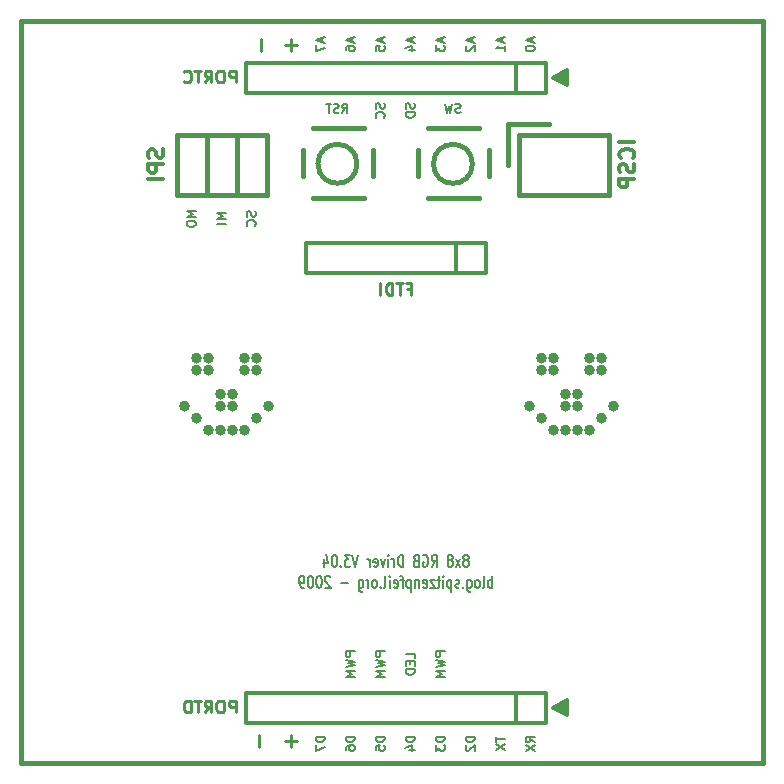
<source format=gbo>
G04 (created by PCBNEW (2013-01-24 BZR 3921)-testing) date Fri 25 Jan 2013 03:38:43 AM CET*
%MOIN*%
G04 Gerber Fmt 3.4, Leading zero omitted, Abs format*
%FSLAX34Y34*%
G01*
G70*
G90*
G04 APERTURE LIST*
%ADD10C,0.00787402*%
%ADD11C,0.0075*%
%ADD12C,0.008*%
%ADD13C,0.01*%
%ADD14C,0.012*%
%ADD15C,0.015*%
%ADD16C,0.00984252*%
%ADD17C,0.055*%
%ADD18R,0.06X0.06*%
%ADD19C,0.06*%
%ADD20R,0.065X0.065*%
%ADD21C,0.065*%
%ADD22R,0.055X0.055*%
%ADD23C,0.16*%
G04 APERTURE END LIST*
G54D10*
G54D11*
X51821Y-45778D02*
X51521Y-45778D01*
X51521Y-45850D01*
X51535Y-45892D01*
X51564Y-45921D01*
X51592Y-45935D01*
X51650Y-45950D01*
X51692Y-45950D01*
X51750Y-45935D01*
X51778Y-45921D01*
X51807Y-45892D01*
X51821Y-45850D01*
X51821Y-45778D01*
X51521Y-46050D02*
X51521Y-46250D01*
X51821Y-46121D01*
G54D12*
G54D13*
X49650Y-45700D02*
X49650Y-46100D01*
X50500Y-45900D02*
X50900Y-45900D01*
X50700Y-45700D02*
X50700Y-46100D01*
X49700Y-22500D02*
X49700Y-22900D01*
X50700Y-22900D02*
X50700Y-22500D01*
X50500Y-22700D02*
X50900Y-22700D01*
G54D11*
X53807Y-24664D02*
X53821Y-24707D01*
X53821Y-24778D01*
X53807Y-24807D01*
X53792Y-24821D01*
X53764Y-24835D01*
X53735Y-24835D01*
X53707Y-24821D01*
X53692Y-24807D01*
X53678Y-24778D01*
X53664Y-24721D01*
X53650Y-24692D01*
X53635Y-24678D01*
X53607Y-24664D01*
X53578Y-24664D01*
X53550Y-24678D01*
X53535Y-24692D01*
X53521Y-24721D01*
X53521Y-24792D01*
X53535Y-24835D01*
X53792Y-25135D02*
X53807Y-25121D01*
X53821Y-25078D01*
X53821Y-25050D01*
X53807Y-25007D01*
X53778Y-24978D01*
X53750Y-24964D01*
X53692Y-24950D01*
X53650Y-24950D01*
X53592Y-24964D01*
X53564Y-24978D01*
X53535Y-25007D01*
X53521Y-25050D01*
X53521Y-25078D01*
X53535Y-25121D01*
X53550Y-25135D01*
G54D12*
G54D11*
X54807Y-24664D02*
X54821Y-24707D01*
X54821Y-24778D01*
X54807Y-24807D01*
X54792Y-24821D01*
X54764Y-24835D01*
X54735Y-24835D01*
X54707Y-24821D01*
X54692Y-24807D01*
X54678Y-24778D01*
X54664Y-24721D01*
X54650Y-24692D01*
X54635Y-24678D01*
X54607Y-24664D01*
X54578Y-24664D01*
X54550Y-24678D01*
X54535Y-24692D01*
X54521Y-24721D01*
X54521Y-24792D01*
X54535Y-24835D01*
X54821Y-24964D02*
X54521Y-24964D01*
X54521Y-25035D01*
X54535Y-25078D01*
X54564Y-25107D01*
X54592Y-25121D01*
X54650Y-25135D01*
X54692Y-25135D01*
X54750Y-25121D01*
X54778Y-25107D01*
X54807Y-25078D01*
X54821Y-25035D01*
X54821Y-24964D01*
G54D12*
G54D11*
X54821Y-43157D02*
X54821Y-43014D01*
X54521Y-43014D01*
X54664Y-43257D02*
X54664Y-43357D01*
X54821Y-43400D02*
X54821Y-43257D01*
X54521Y-43257D01*
X54521Y-43400D01*
X54821Y-43528D02*
X54521Y-43528D01*
X54521Y-43600D01*
X54535Y-43642D01*
X54564Y-43671D01*
X54592Y-43685D01*
X54650Y-43700D01*
X54692Y-43700D01*
X54750Y-43685D01*
X54778Y-43671D01*
X54807Y-43642D01*
X54821Y-43600D01*
X54821Y-43528D01*
G54D12*
G54D11*
X53821Y-42928D02*
X53521Y-42928D01*
X53521Y-43042D01*
X53535Y-43071D01*
X53550Y-43085D01*
X53578Y-43100D01*
X53621Y-43100D01*
X53650Y-43085D01*
X53664Y-43071D01*
X53678Y-43042D01*
X53678Y-42928D01*
X53521Y-43200D02*
X53821Y-43271D01*
X53607Y-43328D01*
X53821Y-43385D01*
X53521Y-43457D01*
X53821Y-43571D02*
X53521Y-43571D01*
X53735Y-43671D01*
X53521Y-43771D01*
X53821Y-43771D01*
G54D12*
G54D11*
X52821Y-42928D02*
X52521Y-42928D01*
X52521Y-43042D01*
X52535Y-43071D01*
X52550Y-43085D01*
X52578Y-43100D01*
X52621Y-43100D01*
X52650Y-43085D01*
X52664Y-43071D01*
X52678Y-43042D01*
X52678Y-42928D01*
X52521Y-43200D02*
X52821Y-43271D01*
X52607Y-43328D01*
X52821Y-43385D01*
X52521Y-43457D01*
X52821Y-43571D02*
X52521Y-43571D01*
X52735Y-43671D01*
X52521Y-43771D01*
X52821Y-43771D01*
G54D12*
G54D11*
X55821Y-42928D02*
X55521Y-42928D01*
X55521Y-43042D01*
X55535Y-43071D01*
X55550Y-43085D01*
X55578Y-43100D01*
X55621Y-43100D01*
X55650Y-43085D01*
X55664Y-43071D01*
X55678Y-43042D01*
X55678Y-42928D01*
X55521Y-43200D02*
X55821Y-43271D01*
X55607Y-43328D01*
X55821Y-43385D01*
X55521Y-43457D01*
X55821Y-43571D02*
X55521Y-43571D01*
X55735Y-43671D01*
X55521Y-43771D01*
X55821Y-43771D01*
G54D12*
G54D11*
X52821Y-45778D02*
X52521Y-45778D01*
X52521Y-45850D01*
X52535Y-45892D01*
X52564Y-45921D01*
X52592Y-45935D01*
X52650Y-45950D01*
X52692Y-45950D01*
X52750Y-45935D01*
X52778Y-45921D01*
X52807Y-45892D01*
X52821Y-45850D01*
X52821Y-45778D01*
X52521Y-46207D02*
X52521Y-46150D01*
X52535Y-46121D01*
X52550Y-46107D01*
X52592Y-46078D01*
X52650Y-46064D01*
X52764Y-46064D01*
X52792Y-46078D01*
X52807Y-46092D01*
X52821Y-46121D01*
X52821Y-46178D01*
X52807Y-46207D01*
X52792Y-46221D01*
X52764Y-46235D01*
X52692Y-46235D01*
X52664Y-46221D01*
X52650Y-46207D01*
X52635Y-46178D01*
X52635Y-46121D01*
X52650Y-46092D01*
X52664Y-46078D01*
X52692Y-46064D01*
G54D12*
G54D11*
X53821Y-45778D02*
X53521Y-45778D01*
X53521Y-45850D01*
X53535Y-45892D01*
X53564Y-45921D01*
X53592Y-45935D01*
X53650Y-45950D01*
X53692Y-45950D01*
X53750Y-45935D01*
X53778Y-45921D01*
X53807Y-45892D01*
X53821Y-45850D01*
X53821Y-45778D01*
X53521Y-46221D02*
X53521Y-46078D01*
X53664Y-46064D01*
X53650Y-46078D01*
X53635Y-46107D01*
X53635Y-46178D01*
X53650Y-46207D01*
X53664Y-46221D01*
X53692Y-46235D01*
X53764Y-46235D01*
X53792Y-46221D01*
X53807Y-46207D01*
X53821Y-46178D01*
X53821Y-46107D01*
X53807Y-46078D01*
X53792Y-46064D01*
G54D12*
G54D11*
X56821Y-45778D02*
X56521Y-45778D01*
X56521Y-45850D01*
X56535Y-45892D01*
X56564Y-45921D01*
X56592Y-45935D01*
X56650Y-45950D01*
X56692Y-45950D01*
X56750Y-45935D01*
X56778Y-45921D01*
X56807Y-45892D01*
X56821Y-45850D01*
X56821Y-45778D01*
X56550Y-46064D02*
X56535Y-46078D01*
X56521Y-46107D01*
X56521Y-46178D01*
X56535Y-46207D01*
X56550Y-46221D01*
X56578Y-46235D01*
X56607Y-46235D01*
X56650Y-46221D01*
X56821Y-46050D01*
X56821Y-46235D01*
G54D12*
G54D11*
X55821Y-45778D02*
X55521Y-45778D01*
X55521Y-45850D01*
X55535Y-45892D01*
X55564Y-45921D01*
X55592Y-45935D01*
X55650Y-45950D01*
X55692Y-45950D01*
X55750Y-45935D01*
X55778Y-45921D01*
X55807Y-45892D01*
X55821Y-45850D01*
X55821Y-45778D01*
X55521Y-46050D02*
X55521Y-46235D01*
X55635Y-46135D01*
X55635Y-46178D01*
X55650Y-46207D01*
X55664Y-46221D01*
X55692Y-46235D01*
X55764Y-46235D01*
X55792Y-46221D01*
X55807Y-46207D01*
X55821Y-46178D01*
X55821Y-46092D01*
X55807Y-46064D01*
X55792Y-46050D01*
G54D12*
G54D11*
X54821Y-45778D02*
X54521Y-45778D01*
X54521Y-45850D01*
X54535Y-45892D01*
X54564Y-45921D01*
X54592Y-45935D01*
X54650Y-45950D01*
X54692Y-45950D01*
X54750Y-45935D01*
X54778Y-45921D01*
X54807Y-45892D01*
X54821Y-45850D01*
X54821Y-45778D01*
X54621Y-46207D02*
X54821Y-46207D01*
X54507Y-46135D02*
X54721Y-46064D01*
X54721Y-46250D01*
G54D12*
G54D11*
X57521Y-45771D02*
X57521Y-45942D01*
X57821Y-45857D02*
X57521Y-45857D01*
X57521Y-46014D02*
X57821Y-46214D01*
X57521Y-46214D02*
X57821Y-46014D01*
G54D12*
G54D11*
X58821Y-45950D02*
X58678Y-45850D01*
X58821Y-45778D02*
X58521Y-45778D01*
X58521Y-45892D01*
X58535Y-45921D01*
X58550Y-45935D01*
X58578Y-45950D01*
X58621Y-45950D01*
X58650Y-45935D01*
X58664Y-45921D01*
X58678Y-45892D01*
X58678Y-45778D01*
X58521Y-46050D02*
X58821Y-46250D01*
X58521Y-46250D02*
X58821Y-46050D01*
G54D12*
G54D14*
X59450Y-44800D02*
X59900Y-44550D01*
X59900Y-44550D02*
X59900Y-45050D01*
X59900Y-45050D02*
X59450Y-44800D01*
X59600Y-44800D02*
X59800Y-44700D01*
X59800Y-44700D02*
X59800Y-44900D01*
X59800Y-44900D02*
X59600Y-44800D01*
X59600Y-44800D02*
X59850Y-44800D01*
X59600Y-23800D02*
X59850Y-23800D01*
X59800Y-23900D02*
X59600Y-23800D01*
X59800Y-23700D02*
X59800Y-23900D01*
X59600Y-23800D02*
X59800Y-23700D01*
X59900Y-24050D02*
X59450Y-23800D01*
X59900Y-23550D02*
X59900Y-24050D01*
X59450Y-23800D02*
X59900Y-23550D01*
G54D11*
X58735Y-22485D02*
X58735Y-22628D01*
X58821Y-22457D02*
X58521Y-22557D01*
X58821Y-22657D01*
X58521Y-22814D02*
X58521Y-22842D01*
X58535Y-22871D01*
X58550Y-22885D01*
X58578Y-22900D01*
X58635Y-22914D01*
X58707Y-22914D01*
X58764Y-22900D01*
X58792Y-22885D01*
X58807Y-22871D01*
X58821Y-22842D01*
X58821Y-22814D01*
X58807Y-22785D01*
X58792Y-22771D01*
X58764Y-22757D01*
X58707Y-22742D01*
X58635Y-22742D01*
X58578Y-22757D01*
X58550Y-22771D01*
X58535Y-22785D01*
X58521Y-22814D01*
G54D12*
G54D11*
X57735Y-22485D02*
X57735Y-22628D01*
X57821Y-22457D02*
X57521Y-22557D01*
X57821Y-22657D01*
X57821Y-22914D02*
X57821Y-22742D01*
X57821Y-22828D02*
X57521Y-22828D01*
X57564Y-22800D01*
X57592Y-22771D01*
X57607Y-22742D01*
G54D12*
G54D11*
X54735Y-22485D02*
X54735Y-22628D01*
X54821Y-22457D02*
X54521Y-22557D01*
X54821Y-22657D01*
X54621Y-22885D02*
X54821Y-22885D01*
X54507Y-22814D02*
X54721Y-22742D01*
X54721Y-22928D01*
G54D12*
G54D11*
X55735Y-22485D02*
X55735Y-22628D01*
X55821Y-22457D02*
X55521Y-22557D01*
X55821Y-22657D01*
X55521Y-22728D02*
X55521Y-22914D01*
X55635Y-22814D01*
X55635Y-22857D01*
X55650Y-22885D01*
X55664Y-22900D01*
X55692Y-22914D01*
X55764Y-22914D01*
X55792Y-22900D01*
X55807Y-22885D01*
X55821Y-22857D01*
X55821Y-22771D01*
X55807Y-22742D01*
X55792Y-22728D01*
G54D12*
G54D11*
X56735Y-22485D02*
X56735Y-22628D01*
X56821Y-22457D02*
X56521Y-22557D01*
X56821Y-22657D01*
X56550Y-22742D02*
X56535Y-22757D01*
X56521Y-22785D01*
X56521Y-22857D01*
X56535Y-22885D01*
X56550Y-22900D01*
X56578Y-22914D01*
X56607Y-22914D01*
X56650Y-22900D01*
X56821Y-22728D01*
X56821Y-22914D01*
G54D12*
G54D11*
X53735Y-22485D02*
X53735Y-22628D01*
X53821Y-22457D02*
X53521Y-22557D01*
X53821Y-22657D01*
X53521Y-22900D02*
X53521Y-22757D01*
X53664Y-22742D01*
X53650Y-22757D01*
X53635Y-22785D01*
X53635Y-22857D01*
X53650Y-22885D01*
X53664Y-22900D01*
X53692Y-22914D01*
X53764Y-22914D01*
X53792Y-22900D01*
X53807Y-22885D01*
X53821Y-22857D01*
X53821Y-22785D01*
X53807Y-22757D01*
X53792Y-22742D01*
G54D12*
G54D11*
X52735Y-22485D02*
X52735Y-22628D01*
X52821Y-22457D02*
X52521Y-22557D01*
X52821Y-22657D01*
X52521Y-22885D02*
X52521Y-22828D01*
X52535Y-22800D01*
X52550Y-22785D01*
X52592Y-22757D01*
X52650Y-22742D01*
X52764Y-22742D01*
X52792Y-22757D01*
X52807Y-22771D01*
X52821Y-22800D01*
X52821Y-22857D01*
X52807Y-22885D01*
X52792Y-22900D01*
X52764Y-22914D01*
X52692Y-22914D01*
X52664Y-22900D01*
X52650Y-22885D01*
X52635Y-22857D01*
X52635Y-22800D01*
X52650Y-22771D01*
X52664Y-22757D01*
X52692Y-22742D01*
G54D12*
G54D11*
X51735Y-22485D02*
X51735Y-22628D01*
X51821Y-22457D02*
X51521Y-22557D01*
X51821Y-22657D01*
X51521Y-22728D02*
X51521Y-22928D01*
X51821Y-22800D01*
G54D12*
G54D11*
X57407Y-40811D02*
X57407Y-40411D01*
X57407Y-40564D02*
X57378Y-40545D01*
X57321Y-40545D01*
X57292Y-40564D01*
X57278Y-40583D01*
X57264Y-40621D01*
X57264Y-40735D01*
X57278Y-40773D01*
X57292Y-40792D01*
X57321Y-40811D01*
X57378Y-40811D01*
X57407Y-40792D01*
X57092Y-40811D02*
X57121Y-40792D01*
X57135Y-40754D01*
X57135Y-40411D01*
X56935Y-40811D02*
X56964Y-40792D01*
X56978Y-40773D01*
X56992Y-40735D01*
X56992Y-40621D01*
X56978Y-40583D01*
X56964Y-40564D01*
X56935Y-40545D01*
X56892Y-40545D01*
X56864Y-40564D01*
X56850Y-40583D01*
X56835Y-40621D01*
X56835Y-40735D01*
X56850Y-40773D01*
X56864Y-40792D01*
X56892Y-40811D01*
X56935Y-40811D01*
X56578Y-40545D02*
X56578Y-40869D01*
X56592Y-40907D01*
X56607Y-40926D01*
X56635Y-40945D01*
X56678Y-40945D01*
X56707Y-40926D01*
X56578Y-40792D02*
X56607Y-40811D01*
X56664Y-40811D01*
X56692Y-40792D01*
X56707Y-40773D01*
X56721Y-40735D01*
X56721Y-40621D01*
X56707Y-40583D01*
X56692Y-40564D01*
X56664Y-40545D01*
X56607Y-40545D01*
X56578Y-40564D01*
X56435Y-40773D02*
X56421Y-40792D01*
X56435Y-40811D01*
X56449Y-40792D01*
X56435Y-40773D01*
X56435Y-40811D01*
X56307Y-40792D02*
X56278Y-40811D01*
X56221Y-40811D01*
X56192Y-40792D01*
X56178Y-40754D01*
X56178Y-40735D01*
X56192Y-40697D01*
X56221Y-40678D01*
X56264Y-40678D01*
X56292Y-40659D01*
X56307Y-40621D01*
X56307Y-40602D01*
X56292Y-40564D01*
X56264Y-40545D01*
X56221Y-40545D01*
X56192Y-40564D01*
X56049Y-40545D02*
X56049Y-40945D01*
X56049Y-40564D02*
X56021Y-40545D01*
X55964Y-40545D01*
X55935Y-40564D01*
X55921Y-40583D01*
X55907Y-40621D01*
X55907Y-40735D01*
X55921Y-40773D01*
X55935Y-40792D01*
X55964Y-40811D01*
X56021Y-40811D01*
X56049Y-40792D01*
X55778Y-40811D02*
X55778Y-40545D01*
X55778Y-40411D02*
X55792Y-40430D01*
X55778Y-40450D01*
X55764Y-40430D01*
X55778Y-40411D01*
X55778Y-40450D01*
X55678Y-40545D02*
X55564Y-40545D01*
X55635Y-40411D02*
X55635Y-40754D01*
X55621Y-40792D01*
X55592Y-40811D01*
X55564Y-40811D01*
X55492Y-40545D02*
X55335Y-40545D01*
X55492Y-40811D01*
X55335Y-40811D01*
X55107Y-40792D02*
X55135Y-40811D01*
X55192Y-40811D01*
X55221Y-40792D01*
X55235Y-40754D01*
X55235Y-40602D01*
X55221Y-40564D01*
X55192Y-40545D01*
X55135Y-40545D01*
X55107Y-40564D01*
X55092Y-40602D01*
X55092Y-40640D01*
X55235Y-40678D01*
X54964Y-40545D02*
X54964Y-40811D01*
X54964Y-40583D02*
X54949Y-40564D01*
X54921Y-40545D01*
X54878Y-40545D01*
X54849Y-40564D01*
X54835Y-40602D01*
X54835Y-40811D01*
X54692Y-40545D02*
X54692Y-40945D01*
X54692Y-40564D02*
X54664Y-40545D01*
X54607Y-40545D01*
X54578Y-40564D01*
X54564Y-40583D01*
X54549Y-40621D01*
X54549Y-40735D01*
X54564Y-40773D01*
X54578Y-40792D01*
X54607Y-40811D01*
X54664Y-40811D01*
X54692Y-40792D01*
X54464Y-40545D02*
X54349Y-40545D01*
X54421Y-40811D02*
X54421Y-40469D01*
X54407Y-40430D01*
X54378Y-40411D01*
X54349Y-40411D01*
X54135Y-40792D02*
X54164Y-40811D01*
X54221Y-40811D01*
X54249Y-40792D01*
X54264Y-40754D01*
X54264Y-40602D01*
X54249Y-40564D01*
X54221Y-40545D01*
X54164Y-40545D01*
X54135Y-40564D01*
X54121Y-40602D01*
X54121Y-40640D01*
X54264Y-40678D01*
X53992Y-40811D02*
X53992Y-40545D01*
X53992Y-40411D02*
X54007Y-40430D01*
X53992Y-40450D01*
X53978Y-40430D01*
X53992Y-40411D01*
X53992Y-40450D01*
X53807Y-40811D02*
X53835Y-40792D01*
X53849Y-40754D01*
X53849Y-40411D01*
X53692Y-40773D02*
X53678Y-40792D01*
X53692Y-40811D01*
X53707Y-40792D01*
X53692Y-40773D01*
X53692Y-40811D01*
X53507Y-40811D02*
X53535Y-40792D01*
X53549Y-40773D01*
X53564Y-40735D01*
X53564Y-40621D01*
X53549Y-40583D01*
X53535Y-40564D01*
X53507Y-40545D01*
X53464Y-40545D01*
X53435Y-40564D01*
X53421Y-40583D01*
X53407Y-40621D01*
X53407Y-40735D01*
X53421Y-40773D01*
X53435Y-40792D01*
X53464Y-40811D01*
X53507Y-40811D01*
X53278Y-40811D02*
X53278Y-40545D01*
X53278Y-40621D02*
X53264Y-40583D01*
X53249Y-40564D01*
X53221Y-40545D01*
X53192Y-40545D01*
X52964Y-40545D02*
X52964Y-40869D01*
X52978Y-40907D01*
X52992Y-40926D01*
X53021Y-40945D01*
X53064Y-40945D01*
X53092Y-40926D01*
X52964Y-40792D02*
X52992Y-40811D01*
X53049Y-40811D01*
X53078Y-40792D01*
X53092Y-40773D01*
X53107Y-40735D01*
X53107Y-40621D01*
X53092Y-40583D01*
X53078Y-40564D01*
X53049Y-40545D01*
X52992Y-40545D01*
X52964Y-40564D01*
X52592Y-40659D02*
X52364Y-40659D01*
X52007Y-40450D02*
X51992Y-40430D01*
X51964Y-40411D01*
X51892Y-40411D01*
X51864Y-40430D01*
X51849Y-40450D01*
X51835Y-40488D01*
X51835Y-40526D01*
X51849Y-40583D01*
X52021Y-40811D01*
X51835Y-40811D01*
X51649Y-40411D02*
X51621Y-40411D01*
X51592Y-40430D01*
X51578Y-40450D01*
X51564Y-40488D01*
X51549Y-40564D01*
X51549Y-40659D01*
X51564Y-40735D01*
X51578Y-40773D01*
X51592Y-40792D01*
X51621Y-40811D01*
X51649Y-40811D01*
X51678Y-40792D01*
X51692Y-40773D01*
X51707Y-40735D01*
X51721Y-40659D01*
X51721Y-40564D01*
X51707Y-40488D01*
X51692Y-40450D01*
X51678Y-40430D01*
X51649Y-40411D01*
X51364Y-40411D02*
X51335Y-40411D01*
X51307Y-40430D01*
X51292Y-40450D01*
X51278Y-40488D01*
X51264Y-40564D01*
X51264Y-40659D01*
X51278Y-40735D01*
X51292Y-40773D01*
X51307Y-40792D01*
X51335Y-40811D01*
X51364Y-40811D01*
X51392Y-40792D01*
X51407Y-40773D01*
X51421Y-40735D01*
X51435Y-40659D01*
X51435Y-40564D01*
X51421Y-40488D01*
X51407Y-40450D01*
X51392Y-40430D01*
X51364Y-40411D01*
X51121Y-40811D02*
X51064Y-40811D01*
X51035Y-40792D01*
X51021Y-40773D01*
X50992Y-40716D01*
X50978Y-40640D01*
X50978Y-40488D01*
X50992Y-40450D01*
X51007Y-40430D01*
X51035Y-40411D01*
X51092Y-40411D01*
X51121Y-40430D01*
X51135Y-40450D01*
X51149Y-40488D01*
X51149Y-40583D01*
X51135Y-40621D01*
X51121Y-40640D01*
X51092Y-40659D01*
X51035Y-40659D01*
X51007Y-40640D01*
X50992Y-40621D01*
X50978Y-40583D01*
G54D12*
G54D11*
X47521Y-28242D02*
X47221Y-28242D01*
X47435Y-28342D01*
X47221Y-28442D01*
X47521Y-28442D01*
X47221Y-28642D02*
X47221Y-28700D01*
X47235Y-28728D01*
X47264Y-28757D01*
X47321Y-28771D01*
X47421Y-28771D01*
X47478Y-28757D01*
X47507Y-28728D01*
X47521Y-28700D01*
X47521Y-28642D01*
X47507Y-28614D01*
X47478Y-28585D01*
X47421Y-28571D01*
X47321Y-28571D01*
X47264Y-28585D01*
X47235Y-28614D01*
X47221Y-28642D01*
G54D12*
G54D11*
X49507Y-28264D02*
X49521Y-28307D01*
X49521Y-28378D01*
X49507Y-28407D01*
X49492Y-28421D01*
X49464Y-28435D01*
X49435Y-28435D01*
X49407Y-28421D01*
X49392Y-28407D01*
X49378Y-28378D01*
X49364Y-28321D01*
X49350Y-28292D01*
X49335Y-28278D01*
X49307Y-28264D01*
X49278Y-28264D01*
X49250Y-28278D01*
X49235Y-28292D01*
X49221Y-28321D01*
X49221Y-28392D01*
X49235Y-28435D01*
X49492Y-28735D02*
X49507Y-28721D01*
X49521Y-28678D01*
X49521Y-28650D01*
X49507Y-28607D01*
X49478Y-28578D01*
X49450Y-28564D01*
X49392Y-28550D01*
X49350Y-28550D01*
X49292Y-28564D01*
X49264Y-28578D01*
X49235Y-28607D01*
X49221Y-28650D01*
X49221Y-28678D01*
X49235Y-28721D01*
X49250Y-28735D01*
G54D12*
G54D11*
X48521Y-28328D02*
X48221Y-28328D01*
X48435Y-28428D01*
X48221Y-28528D01*
X48521Y-28528D01*
X48521Y-28671D02*
X48221Y-28671D01*
G54D12*
G54D15*
X47650Y-33150D02*
G75*
G03X47650Y-33150I-100J0D01*
G74*
G01*
X47650Y-33550D02*
G75*
G03X47650Y-33550I-100J0D01*
G74*
G01*
X48050Y-33550D02*
G75*
G03X48050Y-33550I-100J0D01*
G74*
G01*
X48050Y-33150D02*
G75*
G03X48050Y-33150I-100J0D01*
G74*
G01*
X49250Y-33150D02*
G75*
G03X49250Y-33150I-100J0D01*
G74*
G01*
X49650Y-33150D02*
G75*
G03X49650Y-33150I-100J0D01*
G74*
G01*
X49250Y-33550D02*
G75*
G03X49250Y-33550I-100J0D01*
G74*
G01*
X48450Y-34350D02*
G75*
G03X48450Y-34350I-100J0D01*
G74*
G01*
X48850Y-34350D02*
G75*
G03X48850Y-34350I-100J0D01*
G74*
G01*
X48450Y-34750D02*
G75*
G03X48450Y-34750I-100J0D01*
G74*
G01*
X48450Y-35550D02*
G75*
G03X48450Y-35550I-100J0D01*
G74*
G01*
X48850Y-35550D02*
G75*
G03X48850Y-35550I-100J0D01*
G74*
G01*
X49250Y-35550D02*
G75*
G03X49250Y-35550I-100J0D01*
G74*
G01*
X48050Y-35550D02*
G75*
G03X48050Y-35550I-100J0D01*
G74*
G01*
X49650Y-35150D02*
G75*
G03X49650Y-35150I-100J0D01*
G74*
G01*
X50050Y-34750D02*
G75*
G03X50050Y-34750I-100J0D01*
G74*
G01*
X47650Y-35150D02*
G75*
G03X47650Y-35150I-100J0D01*
G74*
G01*
X47250Y-34750D02*
G75*
G03X47250Y-34750I-100J0D01*
G74*
G01*
X48850Y-34750D02*
G75*
G03X48850Y-34750I-100J0D01*
G74*
G01*
X49650Y-33550D02*
G75*
G03X49650Y-33550I-100J0D01*
G74*
G01*
X61150Y-33550D02*
G75*
G03X61150Y-33550I-100J0D01*
G74*
G01*
X60350Y-34750D02*
G75*
G03X60350Y-34750I-100J0D01*
G74*
G01*
X58750Y-34750D02*
G75*
G03X58750Y-34750I-100J0D01*
G74*
G01*
X59150Y-35150D02*
G75*
G03X59150Y-35150I-100J0D01*
G74*
G01*
X61550Y-34750D02*
G75*
G03X61550Y-34750I-100J0D01*
G74*
G01*
X61150Y-35150D02*
G75*
G03X61150Y-35150I-100J0D01*
G74*
G01*
X59550Y-35550D02*
G75*
G03X59550Y-35550I-100J0D01*
G74*
G01*
X60750Y-35550D02*
G75*
G03X60750Y-35550I-100J0D01*
G74*
G01*
X60350Y-35550D02*
G75*
G03X60350Y-35550I-100J0D01*
G74*
G01*
X59950Y-35550D02*
G75*
G03X59950Y-35550I-100J0D01*
G74*
G01*
X59950Y-34750D02*
G75*
G03X59950Y-34750I-100J0D01*
G74*
G01*
X60350Y-34350D02*
G75*
G03X60350Y-34350I-100J0D01*
G74*
G01*
X59950Y-34350D02*
G75*
G03X59950Y-34350I-100J0D01*
G74*
G01*
X60750Y-33550D02*
G75*
G03X60750Y-33550I-100J0D01*
G74*
G01*
X61150Y-33150D02*
G75*
G03X61150Y-33150I-100J0D01*
G74*
G01*
X60750Y-33150D02*
G75*
G03X60750Y-33150I-100J0D01*
G74*
G01*
X59550Y-33150D02*
G75*
G03X59550Y-33150I-100J0D01*
G74*
G01*
X59550Y-33550D02*
G75*
G03X59550Y-33550I-100J0D01*
G74*
G01*
X59150Y-33550D02*
G75*
G03X59150Y-33550I-100J0D01*
G74*
G01*
X59150Y-33150D02*
G75*
G03X59150Y-33150I-100J0D01*
G74*
G01*
X41700Y-21900D02*
X66450Y-21900D01*
X41700Y-46650D02*
X41700Y-21900D01*
X66450Y-46650D02*
X41700Y-46650D01*
X66450Y-21900D02*
X66450Y-46650D01*
G54D11*
X56564Y-39883D02*
X56592Y-39864D01*
X56607Y-39845D01*
X56621Y-39807D01*
X56621Y-39788D01*
X56607Y-39750D01*
X56592Y-39730D01*
X56564Y-39711D01*
X56507Y-39711D01*
X56478Y-39730D01*
X56464Y-39750D01*
X56449Y-39788D01*
X56449Y-39807D01*
X56464Y-39845D01*
X56478Y-39864D01*
X56507Y-39883D01*
X56564Y-39883D01*
X56592Y-39902D01*
X56607Y-39921D01*
X56621Y-39959D01*
X56621Y-40035D01*
X56607Y-40073D01*
X56592Y-40092D01*
X56564Y-40111D01*
X56507Y-40111D01*
X56478Y-40092D01*
X56464Y-40073D01*
X56449Y-40035D01*
X56449Y-39959D01*
X56464Y-39921D01*
X56478Y-39902D01*
X56507Y-39883D01*
X56349Y-40111D02*
X56192Y-39845D01*
X56349Y-39845D02*
X56192Y-40111D01*
X56035Y-39883D02*
X56064Y-39864D01*
X56078Y-39845D01*
X56092Y-39807D01*
X56092Y-39788D01*
X56078Y-39750D01*
X56064Y-39730D01*
X56035Y-39711D01*
X55978Y-39711D01*
X55949Y-39730D01*
X55935Y-39750D01*
X55921Y-39788D01*
X55921Y-39807D01*
X55935Y-39845D01*
X55949Y-39864D01*
X55978Y-39883D01*
X56035Y-39883D01*
X56064Y-39902D01*
X56078Y-39921D01*
X56092Y-39959D01*
X56092Y-40035D01*
X56078Y-40073D01*
X56064Y-40092D01*
X56035Y-40111D01*
X55978Y-40111D01*
X55949Y-40092D01*
X55935Y-40073D01*
X55921Y-40035D01*
X55921Y-39959D01*
X55935Y-39921D01*
X55949Y-39902D01*
X55978Y-39883D01*
X55392Y-40111D02*
X55492Y-39921D01*
X55564Y-40111D02*
X55564Y-39711D01*
X55449Y-39711D01*
X55421Y-39730D01*
X55407Y-39750D01*
X55392Y-39788D01*
X55392Y-39845D01*
X55407Y-39883D01*
X55421Y-39902D01*
X55449Y-39921D01*
X55564Y-39921D01*
X55107Y-39730D02*
X55135Y-39711D01*
X55178Y-39711D01*
X55221Y-39730D01*
X55249Y-39769D01*
X55264Y-39807D01*
X55278Y-39883D01*
X55278Y-39940D01*
X55264Y-40016D01*
X55249Y-40054D01*
X55221Y-40092D01*
X55178Y-40111D01*
X55149Y-40111D01*
X55107Y-40092D01*
X55092Y-40073D01*
X55092Y-39940D01*
X55149Y-39940D01*
X54864Y-39902D02*
X54821Y-39921D01*
X54807Y-39940D01*
X54792Y-39978D01*
X54792Y-40035D01*
X54807Y-40073D01*
X54821Y-40092D01*
X54849Y-40111D01*
X54964Y-40111D01*
X54964Y-39711D01*
X54864Y-39711D01*
X54835Y-39730D01*
X54821Y-39750D01*
X54807Y-39788D01*
X54807Y-39826D01*
X54821Y-39864D01*
X54835Y-39883D01*
X54864Y-39902D01*
X54964Y-39902D01*
X54435Y-40111D02*
X54435Y-39711D01*
X54364Y-39711D01*
X54321Y-39730D01*
X54292Y-39769D01*
X54278Y-39807D01*
X54264Y-39883D01*
X54264Y-39940D01*
X54278Y-40016D01*
X54292Y-40054D01*
X54321Y-40092D01*
X54364Y-40111D01*
X54435Y-40111D01*
X54135Y-40111D02*
X54135Y-39845D01*
X54135Y-39921D02*
X54121Y-39883D01*
X54107Y-39864D01*
X54078Y-39845D01*
X54049Y-39845D01*
X53949Y-40111D02*
X53949Y-39845D01*
X53949Y-39711D02*
X53964Y-39730D01*
X53949Y-39750D01*
X53935Y-39730D01*
X53949Y-39711D01*
X53949Y-39750D01*
X53835Y-39845D02*
X53764Y-40111D01*
X53692Y-39845D01*
X53464Y-40092D02*
X53492Y-40111D01*
X53550Y-40111D01*
X53578Y-40092D01*
X53592Y-40054D01*
X53592Y-39902D01*
X53578Y-39864D01*
X53550Y-39845D01*
X53492Y-39845D01*
X53464Y-39864D01*
X53450Y-39902D01*
X53450Y-39940D01*
X53592Y-39978D01*
X53321Y-40111D02*
X53321Y-39845D01*
X53321Y-39921D02*
X53307Y-39883D01*
X53292Y-39864D01*
X53264Y-39845D01*
X53235Y-39845D01*
X52950Y-39711D02*
X52850Y-40111D01*
X52750Y-39711D01*
X52678Y-39711D02*
X52492Y-39711D01*
X52592Y-39864D01*
X52550Y-39864D01*
X52521Y-39883D01*
X52507Y-39902D01*
X52492Y-39940D01*
X52492Y-40035D01*
X52507Y-40073D01*
X52521Y-40092D01*
X52550Y-40111D01*
X52635Y-40111D01*
X52664Y-40092D01*
X52678Y-40073D01*
X52364Y-40073D02*
X52350Y-40092D01*
X52364Y-40111D01*
X52378Y-40092D01*
X52364Y-40073D01*
X52364Y-40111D01*
X52164Y-39711D02*
X52135Y-39711D01*
X52107Y-39730D01*
X52092Y-39750D01*
X52078Y-39788D01*
X52064Y-39864D01*
X52064Y-39959D01*
X52078Y-40035D01*
X52092Y-40073D01*
X52107Y-40092D01*
X52135Y-40111D01*
X52164Y-40111D01*
X52192Y-40092D01*
X52207Y-40073D01*
X52221Y-40035D01*
X52235Y-39959D01*
X52235Y-39864D01*
X52221Y-39788D01*
X52207Y-39750D01*
X52192Y-39730D01*
X52164Y-39711D01*
X51807Y-39845D02*
X51807Y-40111D01*
X51878Y-39692D02*
X51950Y-39978D01*
X51764Y-39978D01*
G54D12*
G54D15*
X48900Y-25700D02*
X48900Y-27700D01*
X47900Y-27700D02*
X47900Y-25700D01*
X49900Y-25700D02*
X46900Y-25700D01*
X46900Y-27700D02*
X49900Y-27700D01*
X49900Y-27700D02*
X49900Y-25700D01*
X46900Y-25700D02*
X46900Y-27700D01*
X57950Y-26700D02*
X57950Y-25350D01*
X57950Y-25350D02*
X59300Y-25350D01*
X61300Y-25700D02*
X58300Y-25700D01*
X58300Y-27700D02*
X61300Y-27700D01*
X61300Y-27700D02*
X61300Y-25700D01*
X58300Y-25700D02*
X58300Y-27700D01*
X51090Y-26225D02*
X51090Y-27075D01*
X53125Y-27825D02*
X51425Y-27825D01*
X53450Y-26225D02*
X53450Y-27075D01*
X53125Y-25475D02*
X51425Y-25475D01*
X52900Y-26675D02*
G75*
G03X52900Y-26675I-650J0D01*
G74*
G01*
X54940Y-26225D02*
X54940Y-27075D01*
X56975Y-27825D02*
X55275Y-27825D01*
X57300Y-26225D02*
X57300Y-27075D01*
X56975Y-25475D02*
X55275Y-25475D01*
X56750Y-26675D02*
G75*
G03X56750Y-26675I-650J0D01*
G74*
G01*
G54D14*
X59200Y-24300D02*
X59200Y-23300D01*
X59200Y-23300D02*
X49200Y-23300D01*
X49200Y-23300D02*
X49200Y-24300D01*
X49200Y-24300D02*
X59200Y-24300D01*
X58200Y-24300D02*
X58200Y-23300D01*
X59200Y-45300D02*
X59200Y-44300D01*
X59200Y-44300D02*
X49200Y-44300D01*
X49200Y-44300D02*
X49200Y-45300D01*
X49200Y-45300D02*
X59200Y-45300D01*
X58200Y-45300D02*
X58200Y-44300D01*
X57200Y-30300D02*
X57200Y-29300D01*
X57200Y-29300D02*
X51200Y-29300D01*
X51200Y-29300D02*
X51200Y-30300D01*
X51200Y-30300D02*
X57200Y-30300D01*
X56200Y-30300D02*
X56200Y-29300D01*
X46428Y-26188D02*
X46452Y-26259D01*
X46452Y-26378D01*
X46428Y-26426D01*
X46404Y-26450D01*
X46357Y-26473D01*
X46309Y-26473D01*
X46261Y-26450D01*
X46238Y-26426D01*
X46214Y-26378D01*
X46190Y-26283D01*
X46166Y-26235D01*
X46142Y-26211D01*
X46095Y-26188D01*
X46047Y-26188D01*
X46000Y-26211D01*
X45976Y-26235D01*
X45952Y-26283D01*
X45952Y-26402D01*
X45976Y-26473D01*
X46452Y-26688D02*
X45952Y-26688D01*
X45952Y-26878D01*
X45976Y-26926D01*
X46000Y-26950D01*
X46047Y-26973D01*
X46119Y-26973D01*
X46166Y-26950D01*
X46190Y-26926D01*
X46214Y-26878D01*
X46214Y-26688D01*
X46452Y-27188D02*
X45952Y-27188D01*
X62152Y-25961D02*
X61652Y-25961D01*
X62104Y-26485D02*
X62128Y-26461D01*
X62152Y-26390D01*
X62152Y-26342D01*
X62128Y-26271D01*
X62080Y-26223D01*
X62033Y-26200D01*
X61938Y-26176D01*
X61866Y-26176D01*
X61771Y-26200D01*
X61723Y-26223D01*
X61676Y-26271D01*
X61652Y-26342D01*
X61652Y-26390D01*
X61676Y-26461D01*
X61700Y-26485D01*
X62128Y-26676D02*
X62152Y-26747D01*
X62152Y-26866D01*
X62128Y-26914D01*
X62104Y-26938D01*
X62057Y-26961D01*
X62009Y-26961D01*
X61961Y-26938D01*
X61938Y-26914D01*
X61914Y-26866D01*
X61890Y-26771D01*
X61866Y-26723D01*
X61842Y-26700D01*
X61795Y-26676D01*
X61747Y-26676D01*
X61700Y-26700D01*
X61676Y-26723D01*
X61652Y-26771D01*
X61652Y-26890D01*
X61676Y-26961D01*
X62152Y-27176D02*
X61652Y-27176D01*
X61652Y-27366D01*
X61676Y-27414D01*
X61700Y-27438D01*
X61747Y-27461D01*
X61819Y-27461D01*
X61866Y-27438D01*
X61890Y-27414D01*
X61914Y-27366D01*
X61914Y-27176D01*
G54D11*
X52414Y-24971D02*
X52514Y-24828D01*
X52585Y-24971D02*
X52585Y-24671D01*
X52471Y-24671D01*
X52442Y-24685D01*
X52428Y-24700D01*
X52414Y-24728D01*
X52414Y-24771D01*
X52428Y-24800D01*
X52442Y-24814D01*
X52471Y-24828D01*
X52585Y-24828D01*
X52299Y-24957D02*
X52257Y-24971D01*
X52185Y-24971D01*
X52157Y-24957D01*
X52142Y-24942D01*
X52128Y-24914D01*
X52128Y-24885D01*
X52142Y-24857D01*
X52157Y-24842D01*
X52185Y-24828D01*
X52242Y-24814D01*
X52271Y-24800D01*
X52285Y-24785D01*
X52299Y-24757D01*
X52299Y-24728D01*
X52285Y-24700D01*
X52271Y-24685D01*
X52242Y-24671D01*
X52171Y-24671D01*
X52128Y-24685D01*
X52042Y-24671D02*
X51871Y-24671D01*
X51957Y-24971D02*
X51957Y-24671D01*
G54D12*
G54D11*
X56357Y-24957D02*
X56314Y-24971D01*
X56242Y-24971D01*
X56214Y-24957D01*
X56199Y-24942D01*
X56185Y-24914D01*
X56185Y-24885D01*
X56199Y-24857D01*
X56214Y-24842D01*
X56242Y-24828D01*
X56299Y-24814D01*
X56328Y-24800D01*
X56342Y-24785D01*
X56357Y-24757D01*
X56357Y-24728D01*
X56342Y-24700D01*
X56328Y-24685D01*
X56299Y-24671D01*
X56228Y-24671D01*
X56185Y-24685D01*
X56085Y-24671D02*
X56014Y-24971D01*
X55957Y-24757D01*
X55900Y-24971D01*
X55828Y-24671D01*
G54D12*
G54D16*
X48853Y-23959D02*
X48853Y-23565D01*
X48703Y-23565D01*
X48665Y-23584D01*
X48646Y-23603D01*
X48628Y-23640D01*
X48628Y-23696D01*
X48646Y-23734D01*
X48665Y-23753D01*
X48703Y-23771D01*
X48853Y-23771D01*
X48384Y-23565D02*
X48309Y-23565D01*
X48271Y-23584D01*
X48234Y-23621D01*
X48215Y-23696D01*
X48215Y-23828D01*
X48234Y-23903D01*
X48271Y-23940D01*
X48309Y-23959D01*
X48384Y-23959D01*
X48421Y-23940D01*
X48459Y-23903D01*
X48478Y-23828D01*
X48478Y-23696D01*
X48459Y-23621D01*
X48421Y-23584D01*
X48384Y-23565D01*
X47821Y-23959D02*
X47953Y-23771D01*
X48046Y-23959D02*
X48046Y-23565D01*
X47896Y-23565D01*
X47859Y-23584D01*
X47840Y-23603D01*
X47821Y-23640D01*
X47821Y-23696D01*
X47840Y-23734D01*
X47859Y-23753D01*
X47896Y-23771D01*
X48046Y-23771D01*
X47709Y-23565D02*
X47484Y-23565D01*
X47596Y-23959D02*
X47596Y-23565D01*
X47128Y-23921D02*
X47146Y-23940D01*
X47203Y-23959D01*
X47240Y-23959D01*
X47296Y-23940D01*
X47334Y-23903D01*
X47353Y-23865D01*
X47371Y-23790D01*
X47371Y-23734D01*
X47353Y-23659D01*
X47334Y-23621D01*
X47296Y-23584D01*
X47240Y-23565D01*
X47203Y-23565D01*
X47146Y-23584D01*
X47128Y-23603D01*
X48853Y-44959D02*
X48853Y-44565D01*
X48703Y-44565D01*
X48665Y-44584D01*
X48646Y-44603D01*
X48628Y-44640D01*
X48628Y-44696D01*
X48646Y-44734D01*
X48665Y-44753D01*
X48703Y-44771D01*
X48853Y-44771D01*
X48384Y-44565D02*
X48309Y-44565D01*
X48271Y-44584D01*
X48234Y-44621D01*
X48215Y-44696D01*
X48215Y-44828D01*
X48234Y-44903D01*
X48271Y-44940D01*
X48309Y-44959D01*
X48384Y-44959D01*
X48421Y-44940D01*
X48459Y-44903D01*
X48478Y-44828D01*
X48478Y-44696D01*
X48459Y-44621D01*
X48421Y-44584D01*
X48384Y-44565D01*
X47821Y-44959D02*
X47953Y-44771D01*
X48046Y-44959D02*
X48046Y-44565D01*
X47896Y-44565D01*
X47859Y-44584D01*
X47840Y-44603D01*
X47821Y-44640D01*
X47821Y-44696D01*
X47840Y-44734D01*
X47859Y-44753D01*
X47896Y-44771D01*
X48046Y-44771D01*
X47709Y-44565D02*
X47484Y-44565D01*
X47596Y-44959D02*
X47596Y-44565D01*
X47353Y-44959D02*
X47353Y-44565D01*
X47259Y-44565D01*
X47203Y-44584D01*
X47165Y-44621D01*
X47146Y-44659D01*
X47128Y-44734D01*
X47128Y-44790D01*
X47146Y-44865D01*
X47165Y-44903D01*
X47203Y-44940D01*
X47259Y-44959D01*
X47353Y-44959D01*
X54584Y-30835D02*
X54715Y-30835D01*
X54715Y-31042D02*
X54715Y-30648D01*
X54528Y-30648D01*
X54434Y-30648D02*
X54209Y-30648D01*
X54321Y-31042D02*
X54321Y-30648D01*
X54078Y-31042D02*
X54078Y-30648D01*
X53984Y-30648D01*
X53928Y-30667D01*
X53890Y-30704D01*
X53871Y-30742D01*
X53853Y-30817D01*
X53853Y-30873D01*
X53871Y-30948D01*
X53890Y-30985D01*
X53928Y-31023D01*
X53984Y-31042D01*
X54078Y-31042D01*
X53684Y-31042D02*
X53684Y-30648D01*
%LPC*%
G54D17*
X55365Y-38600D03*
X53435Y-38600D03*
G54D18*
X47400Y-26200D03*
G54D19*
X47400Y-27200D03*
X48400Y-26200D03*
X48400Y-27200D03*
X49400Y-26200D03*
X49400Y-27200D03*
G54D18*
X58800Y-26200D03*
G54D19*
X58800Y-27200D03*
X59800Y-26200D03*
X59800Y-27200D03*
X60800Y-26200D03*
X60800Y-27200D03*
G54D17*
X53450Y-28550D03*
X52450Y-28550D03*
X56500Y-36550D03*
X57500Y-36550D03*
X50972Y-36542D03*
X51972Y-36542D03*
G54D20*
X50986Y-41609D03*
G54D21*
X50986Y-43109D03*
G54D17*
X47800Y-42000D03*
X48800Y-42000D03*
G54D22*
X42600Y-26800D03*
G54D17*
X43600Y-26800D03*
X64400Y-34800D03*
X65400Y-34800D03*
X64400Y-35800D03*
X65400Y-35800D03*
X64400Y-36800D03*
X65400Y-36800D03*
X64450Y-37800D03*
X65450Y-37800D03*
X64400Y-38800D03*
X65400Y-38800D03*
X64400Y-39800D03*
X65400Y-39800D03*
X64400Y-40800D03*
X65400Y-40800D03*
X64400Y-41800D03*
X65400Y-41800D03*
X43700Y-30800D03*
X42700Y-30800D03*
X43700Y-31800D03*
X42700Y-31800D03*
X43700Y-32800D03*
X42700Y-32800D03*
X43700Y-33800D03*
X42700Y-33800D03*
X43700Y-34800D03*
X42700Y-34800D03*
X43700Y-35800D03*
X42700Y-35800D03*
X43700Y-36800D03*
X42700Y-36800D03*
X43700Y-37800D03*
X42700Y-37800D03*
X64400Y-26800D03*
X65400Y-26800D03*
X64400Y-27800D03*
X65400Y-27800D03*
X64400Y-28800D03*
X65400Y-28800D03*
X64400Y-29800D03*
X65400Y-29800D03*
X64400Y-30800D03*
X65400Y-30800D03*
X64400Y-31800D03*
X65400Y-31800D03*
X64400Y-32800D03*
X65400Y-32800D03*
X64400Y-33800D03*
X65400Y-33800D03*
X42600Y-28900D03*
X43600Y-28900D03*
X58650Y-41700D03*
X59650Y-41700D03*
G54D23*
X43924Y-24186D03*
X43924Y-44658D03*
X64397Y-24186D03*
X64397Y-44658D03*
G54D17*
X58650Y-43100D03*
X59650Y-43100D03*
G54D19*
X45080Y-26784D03*
X45080Y-27784D03*
X45080Y-28784D03*
X45080Y-29784D03*
X45080Y-30784D03*
X45080Y-31784D03*
X45080Y-32784D03*
X45080Y-34784D03*
X45080Y-35784D03*
X45080Y-36784D03*
X45080Y-37784D03*
X45080Y-38784D03*
X45080Y-39784D03*
X45080Y-40784D03*
X45080Y-41784D03*
X63100Y-26780D03*
X63100Y-27780D03*
X63100Y-28780D03*
X63100Y-29780D03*
X63100Y-30780D03*
X63100Y-31780D03*
X63100Y-32780D03*
X63100Y-33780D03*
X63100Y-34780D03*
X63100Y-35780D03*
X63100Y-36780D03*
X63100Y-37780D03*
X63100Y-38780D03*
X63100Y-39780D03*
X63100Y-40780D03*
G54D18*
X63100Y-41780D03*
G54D17*
X45080Y-33784D03*
G54D19*
X53550Y-25775D03*
X51000Y-25775D03*
X53550Y-27525D03*
X51000Y-27525D03*
X57400Y-25775D03*
X54850Y-25775D03*
X57400Y-27525D03*
X54850Y-27525D03*
G54D18*
X58700Y-23800D03*
G54D19*
X57700Y-23800D03*
X56700Y-23800D03*
X55700Y-23800D03*
X54700Y-23800D03*
X53700Y-23800D03*
X52700Y-23800D03*
X51700Y-23800D03*
X50700Y-23800D03*
X49700Y-23800D03*
G54D18*
X58700Y-44800D03*
G54D19*
X57700Y-44800D03*
X56700Y-44800D03*
X55700Y-44800D03*
X54700Y-44800D03*
X53700Y-44800D03*
X52700Y-44800D03*
X51700Y-44800D03*
X50700Y-44800D03*
X49700Y-44800D03*
G54D18*
X56700Y-29800D03*
G54D19*
X55700Y-29800D03*
X54700Y-29800D03*
X53700Y-29800D03*
X52700Y-29800D03*
X51700Y-29800D03*
G54D18*
X54950Y-28550D03*
G54D19*
X55950Y-28550D03*
M02*

</source>
